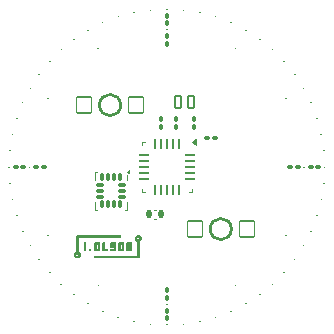
<source format=gbr>
%TF.GenerationSoftware,KiCad,Pcbnew,9.0.0*%
%TF.CreationDate,2025-05-02T12:59:00-05:00*%
%TF.ProjectId,ioWatch,696f5761-7463-4682-9e6b-696361645f70,rev?*%
%TF.SameCoordinates,Original*%
%TF.FileFunction,Legend,Top*%
%TF.FilePolarity,Positive*%
%FSLAX46Y46*%
G04 Gerber Fmt 4.6, Leading zero omitted, Abs format (unit mm)*
G04 Created by KiCad (PCBNEW 9.0.0) date 2025-05-02 12:59:00*
%MOMM*%
%LPD*%
G01*
G04 APERTURE LIST*
G04 Aperture macros list*
%AMRoundRect*
0 Rectangle with rounded corners*
0 $1 Rounding radius*
0 $2 $3 $4 $5 $6 $7 $8 $9 X,Y pos of 4 corners*
0 Add a 4 corners polygon primitive as box body*
4,1,4,$2,$3,$4,$5,$6,$7,$8,$9,$2,$3,0*
0 Add four circle primitives for the rounded corners*
1,1,$1+$1,$2,$3*
1,1,$1+$1,$4,$5*
1,1,$1+$1,$6,$7*
1,1,$1+$1,$8,$9*
0 Add four rect primitives between the rounded corners*
20,1,$1+$1,$2,$3,$4,$5,0*
20,1,$1+$1,$4,$5,$6,$7,0*
20,1,$1+$1,$6,$7,$8,$9,0*
20,1,$1+$1,$8,$9,$2,$3,0*%
%AMFreePoly0*
4,1,14,0.230680,0.111820,0.364320,-0.021820,0.377500,-0.053640,0.377500,-0.080000,0.364320,-0.111820,0.332500,-0.125000,-0.332500,-0.125000,-0.364320,-0.111820,-0.377500,-0.080000,-0.377500,0.080000,-0.364320,0.111820,-0.332500,0.125000,0.198860,0.125000,0.230680,0.111820,0.230680,0.111820,$1*%
%AMFreePoly1*
4,1,14,0.364320,0.111820,0.377500,0.080000,0.377500,0.053640,0.364320,0.021820,0.230680,-0.111820,0.198860,-0.125000,-0.332500,-0.125000,-0.364320,-0.111820,-0.377500,-0.080000,-0.377500,0.080000,-0.364320,0.111820,-0.332500,0.125000,0.332500,0.125000,0.364320,0.111820,0.364320,0.111820,$1*%
%AMFreePoly2*
4,1,14,0.111820,0.364320,0.125000,0.332500,0.125000,-0.332500,0.111820,-0.364320,0.080000,-0.377500,-0.080000,-0.377500,-0.111820,-0.364320,-0.125000,-0.332500,-0.125000,0.198860,-0.111820,0.230680,0.021820,0.364320,0.053640,0.377500,0.080000,0.377500,0.111820,0.364320,0.111820,0.364320,$1*%
%AMFreePoly3*
4,1,14,-0.021820,0.364320,0.111820,0.230680,0.125000,0.198860,0.125000,-0.332500,0.111820,-0.364320,0.080000,-0.377500,-0.080000,-0.377500,-0.111820,-0.364320,-0.125000,-0.332500,-0.125000,0.332500,-0.111820,0.364320,-0.080000,0.377500,-0.053640,0.377500,-0.021820,0.364320,-0.021820,0.364320,$1*%
%AMFreePoly4*
4,1,14,0.364320,0.111820,0.377500,0.080000,0.377500,-0.080000,0.364320,-0.111820,0.332500,-0.125000,-0.198860,-0.125000,-0.230680,-0.111820,-0.364320,0.021820,-0.377500,0.053640,-0.377500,0.080000,-0.364320,0.111820,-0.332500,0.125000,0.332500,0.125000,0.364320,0.111820,0.364320,0.111820,$1*%
%AMFreePoly5*
4,1,14,0.364320,0.111820,0.377500,0.080000,0.377500,-0.080000,0.364320,-0.111820,0.332500,-0.125000,-0.332500,-0.125000,-0.364320,-0.111820,-0.377500,-0.080000,-0.377500,-0.053640,-0.364320,-0.021820,-0.230680,0.111820,-0.198860,0.125000,0.332500,0.125000,0.364320,0.111820,0.364320,0.111820,$1*%
%AMFreePoly6*
4,1,14,0.111820,0.364320,0.125000,0.332500,0.125000,-0.198860,0.111820,-0.230680,-0.021820,-0.364320,-0.053640,-0.377500,-0.080000,-0.377500,-0.111820,-0.364320,-0.125000,-0.332500,-0.125000,0.332500,-0.111820,0.364320,-0.080000,0.377500,0.080000,0.377500,0.111820,0.364320,0.111820,0.364320,$1*%
%AMFreePoly7*
4,1,14,0.111820,0.364320,0.125000,0.332500,0.125000,-0.332500,0.111820,-0.364320,0.080000,-0.377500,0.053640,-0.377500,0.021820,-0.364320,-0.111820,-0.230680,-0.125000,-0.198860,-0.125000,0.332500,-0.111820,0.364320,-0.080000,0.377500,0.080000,0.377500,0.111820,0.364320,0.111820,0.364320,$1*%
G04 Aperture macros list end*
%ADD10C,0.100000*%
%ADD11C,0.254000*%
%ADD12C,0.120000*%
%ADD13C,0.000000*%
%ADD14C,0.600000*%
%ADD15C,0.250000*%
%ADD16RoundRect,0.100000X0.029696X0.161301X-0.163522X-0.012672X-0.029696X-0.161301X0.163522X0.012672X0*%
%ADD17RoundRect,0.100000X-0.124843X0.106368X-0.070786X-0.147950X0.124843X-0.106368X0.070786X0.147950X0*%
%ADD18RoundRect,0.100000X0.085863X-0.139741X0.113041X0.118835X-0.085863X0.139741X-0.113041X-0.118835X0*%
%ADD19RoundRect,0.100000X-0.118835X-0.113041X0.139741X-0.085863X0.118835X0.113041X-0.139741X0.085863X0*%
%ADD20RoundRect,0.100000X-0.038479X0.159435X-0.144230X-0.078087X0.038479X-0.159435X0.144230X0.078087X0*%
%ADD21RoundRect,0.100000X-0.157314X0.046394X-0.004490X-0.163951X0.157314X-0.046394X0.004490X0.163951X0*%
%ADD22RoundRect,0.050800X-0.615000X-0.680000X0.615000X-0.680000X0.615000X0.680000X-0.615000X0.680000X0*%
%ADD23RoundRect,0.100000X-0.085863X0.139741X-0.113041X-0.118835X0.085863X-0.139741X0.113041X0.118835X0*%
%ADD24RoundRect,0.100000X-0.163951X-0.004490X0.046394X-0.157314X0.163951X0.004490X-0.046394X0.157314X0*%
%ADD25RoundRect,0.100000X0.161301X-0.029696X-0.012672X0.163522X-0.161301X0.029696X0.012672X-0.163522X0*%
%ADD26RoundRect,0.100000X-0.147950X-0.070786X0.106368X-0.124843X0.147950X0.070786X-0.106368X0.124843X0*%
%ADD27RoundRect,0.100000X-0.151603X0.062583X-0.021603X-0.162583X0.151603X-0.062583X0.021603X0.162583X0*%
%ADD28RoundRect,0.100000X0.100000X-0.130000X0.100000X0.130000X-0.100000X0.130000X-0.100000X-0.130000X0*%
%ADD29RoundRect,0.087500X-0.087500X0.225000X-0.087500X-0.225000X0.087500X-0.225000X0.087500X0.225000X0*%
%ADD30RoundRect,0.087500X-0.225000X0.087500X-0.225000X-0.087500X0.225000X-0.087500X0.225000X0.087500X0*%
%ADD31RoundRect,0.100000X0.038479X-0.159435X0.144230X0.078087X-0.038479X0.159435X-0.144230X-0.078087X0*%
%ADD32RoundRect,0.100000X0.130000X0.100000X-0.130000X0.100000X-0.130000X-0.100000X0.130000X-0.100000X0*%
%ADD33RoundRect,0.100000X-0.021603X0.162583X-0.151603X-0.062583X0.021603X-0.162583X0.151603X0.062583X0*%
%ADD34RoundRect,0.100000X0.021603X-0.162583X0.151603X0.062583X-0.021603X0.162583X-0.151603X-0.062583X0*%
%ADD35RoundRect,0.100000X0.012672X0.163522X-0.161301X-0.029696X-0.012672X-0.163522X0.161301X0.029696X0*%
%ADD36RoundRect,0.100000X0.092736X0.135278X-0.154539X0.054933X-0.092736X-0.135278X0.154539X-0.054933X0*%
%ADD37RoundRect,0.100000X0.162583X0.021603X-0.062583X0.151603X-0.162583X-0.021603X0.062583X-0.151603X0*%
%ADD38RoundRect,0.100000X-0.078087X-0.144230X0.159435X-0.038479X0.078087X0.144230X-0.159435X0.038479X0*%
%ADD39RoundRect,0.100000X0.062583X0.151603X-0.162583X0.021603X-0.062583X-0.151603X0.162583X-0.021603X0*%
%ADD40RoundRect,0.100000X0.124843X-0.106368X0.070786X0.147950X-0.124843X0.106368X-0.070786X-0.147950X0*%
%ADD41RoundRect,0.100000X-0.046394X-0.157314X0.163951X-0.004490X0.046394X0.157314X-0.163951X0.004490X0*%
%ADD42RoundRect,0.140000X0.140000X0.170000X-0.140000X0.170000X-0.140000X-0.170000X0.140000X-0.170000X0*%
%ADD43RoundRect,0.100000X-0.062583X-0.151603X0.162583X-0.021603X0.062583X0.151603X-0.162583X0.021603X0*%
%ADD44RoundRect,0.100000X0.159435X0.038479X-0.078087X0.144230X-0.159435X-0.038479X0.078087X-0.144230X0*%
%ADD45RoundRect,0.100000X0.106368X0.124843X-0.147950X0.070786X-0.106368X-0.124843X0.147950X-0.070786X0*%
%ADD46RoundRect,0.100000X0.135278X-0.092736X0.054933X0.154539X-0.135278X0.092736X-0.054933X-0.154539X0*%
%ADD47RoundRect,0.100000X-0.004490X0.163951X-0.157314X-0.046394X0.004490X-0.163951X0.157314X0.046394X0*%
%ADD48RoundRect,0.100000X-0.070786X0.147950X-0.124843X-0.106368X0.070786X-0.147950X0.124843X0.106368X0*%
%ADD49RoundRect,0.100000X-0.161301X0.029696X0.012672X-0.163522X0.161301X-0.029696X-0.012672X0.163522X0*%
%ADD50RoundRect,0.100000X-0.154539X-0.054933X0.092736X-0.135278X0.154539X0.054933X-0.092736X0.135278X0*%
%ADD51RoundRect,0.100000X-0.130000X-0.100000X0.130000X-0.100000X0.130000X0.100000X-0.130000X0.100000X0*%
%ADD52RoundRect,0.100000X-0.100000X0.130000X-0.100000X-0.130000X0.100000X-0.130000X0.100000X0.130000X0*%
%ADD53RoundRect,0.100000X0.113041X-0.118835X0.085863X0.139741X-0.113041X0.118835X-0.085863X-0.139741X0*%
%ADD54RoundRect,0.100000X0.139741X0.085863X-0.118835X0.113041X-0.139741X-0.085863X0.118835X-0.113041X0*%
%ADD55RoundRect,0.100000X0.154539X0.054933X-0.092736X0.135278X-0.154539X-0.054933X0.092736X-0.135278X0*%
%ADD56RoundRect,0.100000X0.144230X-0.078087X0.038479X0.159435X-0.144230X0.078087X-0.038479X-0.159435X0*%
%ADD57RoundRect,0.100000X-0.163522X0.012672X0.029696X-0.161301X0.163522X-0.012672X-0.029696X0.161301X0*%
%ADD58RoundRect,0.100000X0.004490X-0.163951X0.157314X0.046394X-0.004490X0.163951X-0.157314X-0.046394X0*%
%ADD59RoundRect,0.100000X0.151603X-0.062583X0.021603X0.162583X-0.151603X0.062583X-0.021603X-0.162583X0*%
%ADD60RoundRect,0.100000X-0.135278X0.092736X-0.054933X-0.154539X0.135278X-0.092736X0.054933X0.154539X0*%
%ADD61RoundRect,0.100000X-0.106368X-0.124843X0.147950X-0.070786X0.106368X0.124843X-0.147950X0.070786X0*%
%ADD62RoundRect,0.100000X0.157314X-0.046394X0.004490X0.163951X-0.157314X0.046394X-0.004490X-0.163951X0*%
%ADD63RoundRect,0.102000X0.250000X0.500000X-0.250000X0.500000X-0.250000X-0.500000X0.250000X-0.500000X0*%
%ADD64RoundRect,0.100000X-0.029696X-0.161301X0.163522X0.012672X0.029696X0.161301X-0.163522X-0.012672X0*%
%ADD65RoundRect,0.100000X-0.162583X-0.021603X0.062583X-0.151603X0.162583X0.021603X-0.062583X0.151603X0*%
%ADD66RoundRect,0.100000X0.078087X0.144230X-0.159435X0.038479X-0.078087X-0.144230X0.159435X-0.038479X0*%
%ADD67RoundRect,0.100000X-0.159435X-0.038479X0.078087X-0.144230X0.159435X0.038479X-0.078087X0.144230X0*%
%ADD68RoundRect,0.100000X0.163522X-0.012672X-0.029696X0.161301X-0.163522X0.012672X0.029696X-0.161301X0*%
%ADD69RoundRect,0.100000X-0.092736X-0.135278X0.154539X-0.054933X0.092736X0.135278X-0.154539X0.054933X0*%
%ADD70RoundRect,0.100000X0.070786X-0.147950X0.124843X0.106368X-0.070786X0.147950X-0.124843X-0.106368X0*%
%ADD71RoundRect,0.100000X0.118835X0.113041X-0.139741X0.085863X-0.118835X-0.113041X0.139741X-0.085863X0*%
%ADD72RoundRect,0.100000X-0.113041X0.118835X-0.085863X-0.139741X0.113041X-0.118835X0.085863X0.139741X0*%
%ADD73RoundRect,0.100000X0.046394X0.157314X-0.163951X0.004490X-0.046394X-0.157314X0.163951X-0.004490X0*%
%ADD74RoundRect,0.100000X-0.144230X0.078087X-0.038479X-0.159435X0.144230X-0.078087X0.038479X0.159435X0*%
%ADD75RoundRect,0.100000X-0.012672X-0.163522X0.161301X0.029696X0.012672X0.163522X-0.161301X-0.029696X0*%
%ADD76RoundRect,0.100000X-0.139741X-0.085863X0.118835X-0.113041X0.139741X0.085863X-0.118835X0.113041X0*%
%ADD77RoundRect,0.100000X0.054933X-0.154539X0.135278X0.092736X-0.054933X0.154539X-0.135278X-0.092736X0*%
%ADD78RoundRect,0.100000X0.147950X0.070786X-0.106368X0.124843X-0.147950X-0.070786X0.106368X-0.124843X0*%
%ADD79FreePoly0,270.000000*%
%ADD80RoundRect,0.062500X-0.062500X0.375000X-0.062500X-0.375000X0.062500X-0.375000X0.062500X0.375000X0*%
%ADD81FreePoly1,270.000000*%
%ADD82FreePoly2,270.000000*%
%ADD83RoundRect,0.062500X-0.375000X0.062500X-0.375000X-0.062500X0.375000X-0.062500X0.375000X0.062500X0*%
%ADD84FreePoly3,270.000000*%
%ADD85FreePoly4,270.000000*%
%ADD86FreePoly5,270.000000*%
%ADD87FreePoly6,270.000000*%
%ADD88FreePoly7,270.000000*%
%ADD89RoundRect,0.100000X-0.054933X0.154539X-0.135278X-0.092736X0.054933X-0.154539X0.135278X0.092736X0*%
%ADD90RoundRect,0.100000X0.163951X0.004490X-0.046394X0.157314X-0.163951X-0.004490X0.046394X-0.157314X0*%
G04 APERTURE END LIST*
D10*
%TO.C,D11*%
X109978105Y-91060548D02*
G75*
G02*
X109878105Y-91060548I-50000J0D01*
G01*
X109878105Y-91060548D02*
G75*
G02*
X109978105Y-91060548I50000J0D01*
G01*
%TO.C,D72*%
X97272196Y-86931793D02*
G75*
G02*
X97172196Y-86931793I-50000J0D01*
G01*
X97172196Y-86931793D02*
G75*
G02*
X97272196Y-86931793I50000J0D01*
G01*
%TO.C,D39*%
X98653106Y-113287289D02*
G75*
G02*
X98553106Y-113287289I-50000J0D01*
G01*
X98553106Y-113287289D02*
G75*
G02*
X98653106Y-113287289I50000J0D01*
G01*
%TO.C,D54*%
X86762711Y-101396894D02*
G75*
G02*
X86662711Y-101396894I-50000J0D01*
G01*
X86662711Y-101396894D02*
G75*
G02*
X86762711Y-101396894I50000J0D01*
G01*
%TO.C,D6*%
X105483794Y-87795351D02*
G75*
G02*
X105383794Y-87795351I-50000J0D01*
G01*
X105383794Y-87795351D02*
G75*
G02*
X105483794Y-87795351I50000J0D01*
G01*
%TO.C,D66*%
X92197506Y-89191245D02*
G75*
G02*
X92097504Y-89191245I-50001J0D01*
G01*
X92097504Y-89191245D02*
G75*
G02*
X92197506Y-89191245I50001J0D01*
G01*
D11*
%TO.C,SW2*%
X96084800Y-94750000D02*
G75*
G02*
X94285000Y-94750000I-899900J0D01*
G01*
X94285000Y-94750000D02*
G75*
G02*
X96084800Y-94750000I899900J0D01*
G01*
D10*
%TO.C,D3*%
X101446895Y-86712711D02*
G75*
G02*
X101346895Y-86712711I-50000J0D01*
G01*
X101346895Y-86712711D02*
G75*
G02*
X101446895Y-86712711I50000J0D01*
G01*
%TO.C,D63*%
X89241245Y-92147505D02*
G75*
G02*
X89141245Y-92147505I-50000J0D01*
G01*
X89141245Y-92147505D02*
G75*
G02*
X89241245Y-92147505I50000J0D01*
G01*
%TO.C,D29*%
X108989452Y-109928105D02*
G75*
G02*
X108889452Y-109928105I-50000J0D01*
G01*
X108889452Y-109928105D02*
G75*
G02*
X108989452Y-109928105I50000J0D01*
G01*
%TO.C,D58*%
X86981793Y-97222196D02*
G75*
G02*
X86881793Y-97222196I-50000J0D01*
G01*
X86881793Y-97222196D02*
G75*
G02*
X86981793Y-97222196I50000J0D01*
G01*
%TO.C,D67*%
X94245000Y-89945418D02*
G75*
G02*
X94145000Y-89945418I-50000J0D01*
G01*
X94145000Y-89945418D02*
G75*
G02*
X94245000Y-89945418I50000J0D01*
G01*
%TO.C,D38*%
X100050000Y-113360000D02*
G75*
G02*
X99950000Y-113360000I-50000J0D01*
G01*
X99950000Y-113360000D02*
G75*
G02*
X100050000Y-113360000I50000J0D01*
G01*
D12*
%TO.C,U1*%
X93890000Y-100390000D02*
X94065000Y-100390000D01*
X93890000Y-101065000D02*
X93890000Y-100390000D01*
X93890000Y-102935000D02*
X93890000Y-103610000D01*
X93890000Y-103610000D02*
X94065000Y-103610000D01*
X96610000Y-101065000D02*
X96610000Y-100690000D01*
X96610000Y-102935000D02*
X96610000Y-103610000D01*
X96610000Y-103610000D02*
X96435000Y-103610000D01*
X96800000Y-100530000D02*
X96610000Y-100390000D01*
X96800000Y-100250000D01*
X96800000Y-100530000D01*
G36*
X96800000Y-100530000D02*
G01*
X96610000Y-100390000D01*
X96800000Y-100250000D01*
X96800000Y-100530000D01*
G37*
D10*
%TO.C,D42*%
X94616206Y-112204649D02*
G75*
G02*
X94516206Y-112204649I-50000J0D01*
G01*
X94516206Y-112204649D02*
G75*
G02*
X94616206Y-112204649I50000J0D01*
G01*
%TO.C,D8*%
X106730000Y-88430218D02*
G75*
G02*
X106630000Y-88430218I-50000J0D01*
G01*
X106630000Y-88430218D02*
G75*
G02*
X106730000Y-88430218I50000J0D01*
G01*
%TO.C,D43*%
X94245000Y-110054582D02*
G75*
G02*
X94145000Y-110054582I-50000J0D01*
G01*
X94145000Y-110054582D02*
G75*
G02*
X94245000Y-110054582I50000J0D01*
G01*
%TO.C,D10*%
X108989452Y-90071895D02*
G75*
G02*
X108889452Y-90071895I-50000J0D01*
G01*
X108889452Y-90071895D02*
G75*
G02*
X108989452Y-90071895I50000J0D01*
G01*
%TO.C,D16*%
X112755909Y-95871245D02*
G75*
G02*
X112655909Y-95871245I-50000J0D01*
G01*
X112655909Y-95871245D02*
G75*
G02*
X112755909Y-95871245I50000J0D01*
G01*
%TO.C,D26*%
X111619782Y-106680000D02*
G75*
G02*
X111519782Y-106680000I-50000J0D01*
G01*
X111519782Y-106680000D02*
G75*
G02*
X111619782Y-106680000I50000J0D01*
G01*
%TO.C,D51*%
X87845351Y-105433794D02*
G75*
G02*
X87745351Y-105433794I-50000J0D01*
G01*
X87745351Y-105433794D02*
G75*
G02*
X87845351Y-105433794I50000J0D01*
G01*
%TO.C,D13*%
X110104582Y-94195000D02*
G75*
G02*
X110004582Y-94195000I-50000J0D01*
G01*
X110004582Y-94195000D02*
G75*
G02*
X110104582Y-94195000I50000J0D01*
G01*
%TO.C,D7*%
X105855000Y-89945418D02*
G75*
G02*
X105755000Y-89945418I-50000J0D01*
G01*
X105755000Y-89945418D02*
G75*
G02*
X105855000Y-89945418I50000J0D01*
G01*
%TO.C,D35*%
X102827804Y-113068207D02*
G75*
G02*
X102727804Y-113068207I-50000J0D01*
G01*
X102727804Y-113068207D02*
G75*
G02*
X102827804Y-113068207I50000J0D01*
G01*
%TO.C,D48*%
X89241246Y-107852495D02*
G75*
G02*
X89141244Y-107852495I-50001J0D01*
G01*
X89141244Y-107852495D02*
G75*
G02*
X89241246Y-107852495I50001J0D01*
G01*
%TO.C,D37*%
X100050000Y-111610000D02*
G75*
G02*
X99950000Y-111610000I-50000J0D01*
G01*
X99950000Y-111610000D02*
G75*
G02*
X100050000Y-111610000I50000J0D01*
G01*
D12*
%TO.C,C5*%
X99107836Y-103640000D02*
X98892164Y-103640000D01*
X99107836Y-104360000D02*
X98892164Y-104360000D01*
D10*
%TO.C,D50*%
X88480218Y-106680000D02*
G75*
G02*
X88380218Y-106680000I-50000J0D01*
G01*
X88380218Y-106680000D02*
G75*
G02*
X88480218Y-106680000I50000J0D01*
G01*
%TO.C,D49*%
X89995418Y-105805000D02*
G75*
G02*
X89895418Y-105805000I-50000J0D01*
G01*
X89895418Y-105805000D02*
G75*
G02*
X89995418Y-105805000I50000J0D01*
G01*
%TO.C,D24*%
X112254649Y-105433794D02*
G75*
G02*
X112154649Y-105433794I-50000J0D01*
G01*
X112154649Y-105433794D02*
G75*
G02*
X112254649Y-105433794I50000J0D01*
G01*
%TO.C,D17*%
X113118207Y-97222196D02*
G75*
G02*
X113018207Y-97222196I-50000J0D01*
G01*
X113018207Y-97222196D02*
G75*
G02*
X113118207Y-97222196I50000J0D01*
G01*
%TO.C,D34*%
X104178755Y-112705909D02*
G75*
G02*
X104078755Y-112705909I-50000J0D01*
G01*
X104078755Y-112705909D02*
G75*
G02*
X104178755Y-112705909I50000J0D01*
G01*
%TO.C,D9*%
X107902495Y-89191245D02*
G75*
G02*
X107802495Y-89191245I-50000J0D01*
G01*
X107802495Y-89191245D02*
G75*
G02*
X107902495Y-89191245I50000J0D01*
G01*
%TO.C,D4*%
X102827804Y-86931793D02*
G75*
G02*
X102727804Y-86931793I-50000J0D01*
G01*
X102727804Y-86931793D02*
G75*
G02*
X102827804Y-86931793I50000J0D01*
G01*
%TO.C,D65*%
X91110548Y-90071896D02*
G75*
G02*
X91010546Y-90071896I-50001J0D01*
G01*
X91010546Y-90071896D02*
G75*
G02*
X91110548Y-90071896I50001J0D01*
G01*
%TO.C,D59*%
X87344092Y-95871245D02*
G75*
G02*
X87244090Y-95871245I-50001J0D01*
G01*
X87244090Y-95871245D02*
G75*
G02*
X87344092Y-95871245I50001J0D01*
G01*
%TO.C,D55*%
X88440000Y-100000000D02*
G75*
G02*
X88340000Y-100000000I-50000J0D01*
G01*
X88340000Y-100000000D02*
G75*
G02*
X88440000Y-100000000I50000J0D01*
G01*
D11*
%TO.C,SW1*%
X105465000Y-105250000D02*
G75*
G02*
X103665200Y-105250000I-899900J0D01*
G01*
X103665200Y-105250000D02*
G75*
G02*
X105465000Y-105250000I899900J0D01*
G01*
D10*
%TO.C,D36*%
X101446894Y-113287289D02*
G75*
G02*
X101346894Y-113287289I-50000J0D01*
G01*
X101346894Y-113287289D02*
G75*
G02*
X101446894Y-113287289I50000J0D01*
G01*
%TO.C,D21*%
X113337289Y-101396894D02*
G75*
G02*
X113237289Y-101396894I-50000J0D01*
G01*
X113237289Y-101396894D02*
G75*
G02*
X113337289Y-101396894I50000J0D01*
G01*
%TO.C,D23*%
X112755909Y-104128755D02*
G75*
G02*
X112655909Y-104128755I-50000J0D01*
G01*
X112655909Y-104128755D02*
G75*
G02*
X112755909Y-104128755I50000J0D01*
G01*
%TO.C,D68*%
X93370000Y-88430218D02*
G75*
G02*
X93270000Y-88430218I-50000J0D01*
G01*
X93270000Y-88430218D02*
G75*
G02*
X93370000Y-88430218I50000J0D01*
G01*
%TO.C,D33*%
X105483794Y-112204649D02*
G75*
G02*
X105383794Y-112204649I-50000J0D01*
G01*
X105383794Y-112204649D02*
G75*
G02*
X105483794Y-112204649I50000J0D01*
G01*
%TO.C,D64*%
X90121894Y-91060548D02*
G75*
G02*
X90021896Y-91060548I-49999J0D01*
G01*
X90021896Y-91060548D02*
G75*
G02*
X90121894Y-91060548I49999J0D01*
G01*
%TO.C,D45*%
X92197505Y-110808755D02*
G75*
G02*
X92097505Y-110808755I-50000J0D01*
G01*
X92097505Y-110808755D02*
G75*
G02*
X92197505Y-110808755I50000J0D01*
G01*
%TO.C,D31*%
X105855000Y-110054582D02*
G75*
G02*
X105755000Y-110054582I-50000J0D01*
G01*
X105755000Y-110054582D02*
G75*
G02*
X105855000Y-110054582I50000J0D01*
G01*
%TO.C,D32*%
X106730000Y-111569782D02*
G75*
G02*
X106630000Y-111569782I-50000J0D01*
G01*
X106630000Y-111569782D02*
G75*
G02*
X106730000Y-111569782I50000J0D01*
G01*
%TO.C,D70*%
X95921245Y-87294091D02*
G75*
G02*
X95821245Y-87294091I-50000J0D01*
G01*
X95821245Y-87294091D02*
G75*
G02*
X95921245Y-87294091I50000J0D01*
G01*
%TO.C,D53*%
X86981791Y-102777804D02*
G75*
G02*
X86881795Y-102777804I-49998J0D01*
G01*
X86881795Y-102777804D02*
G75*
G02*
X86981791Y-102777804I49998J0D01*
G01*
%TO.C,D30*%
X107902495Y-110808755D02*
G75*
G02*
X107802495Y-110808755I-50000J0D01*
G01*
X107802495Y-110808755D02*
G75*
G02*
X107902495Y-110808755I50000J0D01*
G01*
%TO.C,D47*%
X90121896Y-108939452D02*
G75*
G02*
X90021894Y-108939452I-50001J0D01*
G01*
X90021894Y-108939452D02*
G75*
G02*
X90121896Y-108939452I50001J0D01*
G01*
%TO.C,D62*%
X88480218Y-93320000D02*
G75*
G02*
X88380218Y-93320000I-50000J0D01*
G01*
X88380218Y-93320000D02*
G75*
G02*
X88480218Y-93320000I50000J0D01*
G01*
%TO.C,D15*%
X112254649Y-94566206D02*
G75*
G02*
X112154649Y-94566206I-50000J0D01*
G01*
X112154649Y-94566206D02*
G75*
G02*
X112254649Y-94566206I50000J0D01*
G01*
%TO.C,D60*%
X87845351Y-94566206D02*
G75*
G02*
X87745351Y-94566206I-50000J0D01*
G01*
X87745351Y-94566206D02*
G75*
G02*
X87845351Y-94566206I50000J0D01*
G01*
%TO.C,D28*%
X109978105Y-108939452D02*
G75*
G02*
X109878105Y-108939452I-50000J0D01*
G01*
X109878105Y-108939452D02*
G75*
G02*
X109978105Y-108939452I50000J0D01*
G01*
%TO.C,D52*%
X87344091Y-104128755D02*
G75*
G02*
X87244091Y-104128755I-50000J0D01*
G01*
X87244091Y-104128755D02*
G75*
G02*
X87344091Y-104128755I50000J0D01*
G01*
%TO.C,D40*%
X97272196Y-113068207D02*
G75*
G02*
X97172196Y-113068207I-50000J0D01*
G01*
X97172196Y-113068207D02*
G75*
G02*
X97272196Y-113068207I50000J0D01*
G01*
%TO.C,D61*%
X89995418Y-94195000D02*
G75*
G02*
X89895418Y-94195000I-50000J0D01*
G01*
X89895418Y-94195000D02*
G75*
G02*
X89995418Y-94195000I50000J0D01*
G01*
%TO.C,D25*%
X110104582Y-105805000D02*
G75*
G02*
X110004582Y-105805000I-50000J0D01*
G01*
X110004582Y-105805000D02*
G75*
G02*
X110104582Y-105805000I50000J0D01*
G01*
%TO.C,D18*%
X113337289Y-98603106D02*
G75*
G02*
X113237289Y-98603106I-50000J0D01*
G01*
X113237289Y-98603106D02*
G75*
G02*
X113337289Y-98603106I50000J0D01*
G01*
%TO.C,D71*%
X98653106Y-86712711D02*
G75*
G02*
X98553106Y-86712711I-50000J0D01*
G01*
X98553106Y-86712711D02*
G75*
G02*
X98653106Y-86712711I50000J0D01*
G01*
%TO.C,D44*%
X93370000Y-111569782D02*
G75*
G02*
X93270000Y-111569782I-50000J0D01*
G01*
X93270000Y-111569782D02*
G75*
G02*
X93370000Y-111569782I50000J0D01*
G01*
%TO.C,D1*%
X100050000Y-88390000D02*
G75*
G02*
X99950000Y-88390000I-50000J0D01*
G01*
X99950000Y-88390000D02*
G75*
G02*
X100050000Y-88390000I50000J0D01*
G01*
%TO.C,D12*%
X110858755Y-92147505D02*
G75*
G02*
X110758755Y-92147505I-50000J0D01*
G01*
X110758755Y-92147505D02*
G75*
G02*
X110858755Y-92147505I50000J0D01*
G01*
%TO.C,D69*%
X94616206Y-87795351D02*
G75*
G02*
X94516206Y-87795351I-50000J0D01*
G01*
X94516206Y-87795351D02*
G75*
G02*
X94616206Y-87795351I50000J0D01*
G01*
%TO.C,D2*%
X100050000Y-86640000D02*
G75*
G02*
X99950000Y-86640000I-50000J0D01*
G01*
X99950000Y-86640000D02*
G75*
G02*
X100050000Y-86640000I50000J0D01*
G01*
%TO.C,D20*%
X113410000Y-100000000D02*
G75*
G02*
X113310000Y-100000000I-50000J0D01*
G01*
X113310000Y-100000000D02*
G75*
G02*
X113410000Y-100000000I50000J0D01*
G01*
%TO.C,D46*%
X91110549Y-109928105D02*
G75*
G02*
X91010547Y-109928105I-50001J0D01*
G01*
X91010547Y-109928105D02*
G75*
G02*
X91110549Y-109928105I50001J0D01*
G01*
%TO.C,D57*%
X86762711Y-98603106D02*
G75*
G02*
X86662711Y-98603106I-50000J0D01*
G01*
X86662711Y-98603106D02*
G75*
G02*
X86762711Y-98603106I50000J0D01*
G01*
%TO.C,D41*%
X95921245Y-112705909D02*
G75*
G02*
X95821245Y-112705909I-50000J0D01*
G01*
X95821245Y-112705909D02*
G75*
G02*
X95921245Y-112705909I50000J0D01*
G01*
%TO.C,D22*%
X113118207Y-102777804D02*
G75*
G02*
X113018207Y-102777804I-50000J0D01*
G01*
X113018207Y-102777804D02*
G75*
G02*
X113118207Y-102777804I50000J0D01*
G01*
%TO.C,D14*%
X111619782Y-93320000D02*
G75*
G02*
X111519782Y-93320000I-50000J0D01*
G01*
X111519782Y-93320000D02*
G75*
G02*
X111619782Y-93320000I50000J0D01*
G01*
D13*
%TO.C,G\u002A\u002A\u002A*%
G36*
X93503259Y-106933888D02*
G01*
X93511942Y-106934514D01*
X93518969Y-106935948D01*
X93526011Y-106938507D01*
X93533101Y-106941732D01*
X93552381Y-106953510D01*
X93568211Y-106968764D01*
X93580278Y-106987078D01*
X93588273Y-107008038D01*
X93590475Y-107018323D01*
X93591474Y-107039061D01*
X93587891Y-107059469D01*
X93580128Y-107078809D01*
X93568589Y-107096344D01*
X93553675Y-107111336D01*
X93535787Y-107123049D01*
X93532500Y-107124652D01*
X93524285Y-107127984D01*
X93515987Y-107130070D01*
X93505865Y-107131238D01*
X93495000Y-107131740D01*
X93479064Y-107131642D01*
X93466494Y-107130377D01*
X93460715Y-107129011D01*
X93440682Y-107119954D01*
X93423384Y-107106968D01*
X93409258Y-107090562D01*
X93398742Y-107071251D01*
X93392277Y-107049544D01*
X93392184Y-107049048D01*
X93390741Y-107027999D01*
X93393943Y-107007442D01*
X93401439Y-106988037D01*
X93412875Y-106970443D01*
X93427901Y-106955322D01*
X93446164Y-106943332D01*
X93449398Y-106941732D01*
X93457729Y-106937991D01*
X93464652Y-106935640D01*
X93471839Y-106934363D01*
X93480959Y-106933839D01*
X93491250Y-106933750D01*
X93503259Y-106933888D01*
G37*
G36*
X93063467Y-106361283D02*
G01*
X93076507Y-106361433D01*
X93086192Y-106361776D01*
X93093346Y-106362389D01*
X93098791Y-106363345D01*
X93103350Y-106364722D01*
X93107845Y-106366595D01*
X93108750Y-106367009D01*
X93122907Y-106375220D01*
X93133765Y-106385762D01*
X93142108Y-106398750D01*
X93148750Y-106411250D01*
X93148750Y-106747500D01*
X93148750Y-107083750D01*
X93143244Y-107094041D01*
X93134271Y-107108135D01*
X93124074Y-107118476D01*
X93111950Y-107126055D01*
X93107492Y-107128197D01*
X93103372Y-107129803D01*
X93098802Y-107130950D01*
X93092994Y-107131715D01*
X93085160Y-107132175D01*
X93074511Y-107132407D01*
X93060261Y-107132490D01*
X93046250Y-107132500D01*
X93028671Y-107132480D01*
X93015305Y-107132371D01*
X93005362Y-107132095D01*
X92998054Y-107131574D01*
X92992593Y-107130730D01*
X92988191Y-107129485D01*
X92984059Y-107127763D01*
X92980496Y-107126029D01*
X92971284Y-107120345D01*
X92962455Y-107113164D01*
X92958891Y-107109487D01*
X92956583Y-107106892D01*
X92954502Y-107104598D01*
X92952636Y-107102350D01*
X92950973Y-107099888D01*
X92949502Y-107096956D01*
X92948211Y-107093295D01*
X92947088Y-107088648D01*
X92946121Y-107082757D01*
X92945300Y-107075364D01*
X92944611Y-107066212D01*
X92944045Y-107055042D01*
X92943588Y-107041597D01*
X92943230Y-107025620D01*
X92942958Y-107006852D01*
X92942761Y-106985036D01*
X92942627Y-106959913D01*
X92942545Y-106931227D01*
X92942502Y-106898719D01*
X92942488Y-106862132D01*
X92942490Y-106821208D01*
X92942498Y-106775688D01*
X92942500Y-106747500D01*
X92942494Y-106699199D01*
X92942485Y-106655641D01*
X92942486Y-106616567D01*
X92942508Y-106581720D01*
X92942565Y-106550841D01*
X92942669Y-106523674D01*
X92942832Y-106499959D01*
X92943066Y-106479440D01*
X92943386Y-106461859D01*
X92943802Y-106446957D01*
X92944327Y-106434477D01*
X92944974Y-106424162D01*
X92945755Y-106415753D01*
X92946683Y-106408992D01*
X92947770Y-106403622D01*
X92949029Y-106399385D01*
X92950472Y-106396023D01*
X92952112Y-106393279D01*
X92953961Y-106390894D01*
X92956032Y-106388611D01*
X92958337Y-106386172D01*
X92960093Y-106384237D01*
X92969314Y-106375767D01*
X92980142Y-106368652D01*
X92983030Y-106367223D01*
X92987815Y-106365178D01*
X92992389Y-106363661D01*
X92997582Y-106362594D01*
X93004226Y-106361898D01*
X93013153Y-106361494D01*
X93025194Y-106361305D01*
X93041180Y-106361251D01*
X93046250Y-106361250D01*
X93063467Y-106361283D01*
G37*
G36*
X94137702Y-106361252D02*
G01*
X94168256Y-106361266D01*
X94194515Y-106361299D01*
X94216831Y-106361363D01*
X94235557Y-106361465D01*
X94251045Y-106361615D01*
X94263646Y-106361822D01*
X94273714Y-106362096D01*
X94281601Y-106362445D01*
X94287660Y-106362879D01*
X94292242Y-106363407D01*
X94295699Y-106364038D01*
X94298386Y-106364782D01*
X94300652Y-106365647D01*
X94302500Y-106366479D01*
X94317309Y-106375130D01*
X94328450Y-106386012D01*
X94336747Y-106399489D01*
X94343750Y-106413750D01*
X94343750Y-106747500D01*
X94343750Y-107081250D01*
X94338464Y-107092674D01*
X94330218Y-107105778D01*
X94318800Y-107117629D01*
X94305984Y-107126403D01*
X94305448Y-107126673D01*
X94303514Y-107127522D01*
X94301128Y-107128262D01*
X94297945Y-107128902D01*
X94293621Y-107129451D01*
X94287813Y-107129917D01*
X94280177Y-107130310D01*
X94270368Y-107130639D01*
X94258043Y-107130913D01*
X94242857Y-107131140D01*
X94224467Y-107131329D01*
X94202529Y-107131490D01*
X94176698Y-107131631D01*
X94146631Y-107131761D01*
X94111984Y-107131890D01*
X94103705Y-107131919D01*
X93911161Y-107132589D01*
X93898086Y-107126074D01*
X93888862Y-107120392D01*
X93880025Y-107113227D01*
X93876391Y-107109487D01*
X93874083Y-107106892D01*
X93872002Y-107104598D01*
X93870136Y-107102350D01*
X93868473Y-107099888D01*
X93867002Y-107096956D01*
X93865711Y-107093295D01*
X93864588Y-107088648D01*
X93863621Y-107082757D01*
X93862800Y-107075364D01*
X93862111Y-107066212D01*
X93861545Y-107055042D01*
X93861088Y-107041597D01*
X93860730Y-107025620D01*
X93860458Y-107006852D01*
X93860261Y-106985036D01*
X93860127Y-106959913D01*
X93860045Y-106931227D01*
X93860037Y-106925000D01*
X94067500Y-106925000D01*
X94102500Y-106925000D01*
X94137500Y-106925000D01*
X94137500Y-106746250D01*
X94137500Y-106567500D01*
X94102500Y-106567500D01*
X94067500Y-106567500D01*
X94067500Y-106746250D01*
X94067500Y-106925000D01*
X93860037Y-106925000D01*
X93860002Y-106898719D01*
X93859988Y-106862132D01*
X93859990Y-106821208D01*
X93859998Y-106775688D01*
X93860000Y-106747500D01*
X93860000Y-106746250D01*
X93859994Y-106699199D01*
X93859985Y-106655641D01*
X93859986Y-106616567D01*
X93860008Y-106581720D01*
X93860065Y-106550841D01*
X93860169Y-106523674D01*
X93860332Y-106499959D01*
X93860566Y-106479440D01*
X93860886Y-106461859D01*
X93861302Y-106446957D01*
X93861827Y-106434477D01*
X93862474Y-106424162D01*
X93863255Y-106415753D01*
X93864183Y-106408992D01*
X93865270Y-106403622D01*
X93866529Y-106399385D01*
X93867972Y-106396023D01*
X93869612Y-106393279D01*
X93871461Y-106390894D01*
X93873532Y-106388611D01*
X93875837Y-106386172D01*
X93877593Y-106384237D01*
X93886814Y-106375767D01*
X93897642Y-106368652D01*
X93900530Y-106367223D01*
X93913750Y-106361250D01*
X94102500Y-106361250D01*
X94137702Y-106361252D01*
G37*
G36*
X96170202Y-106361252D02*
G01*
X96200756Y-106361266D01*
X96227015Y-106361299D01*
X96249331Y-106361363D01*
X96268057Y-106361465D01*
X96283545Y-106361615D01*
X96296146Y-106361822D01*
X96306214Y-106362096D01*
X96314101Y-106362445D01*
X96320160Y-106362879D01*
X96324742Y-106363407D01*
X96328199Y-106364038D01*
X96330886Y-106364782D01*
X96333152Y-106365647D01*
X96335000Y-106366479D01*
X96349809Y-106375130D01*
X96360950Y-106386012D01*
X96369247Y-106399489D01*
X96376250Y-106413750D01*
X96376250Y-106747500D01*
X96376250Y-107081250D01*
X96370964Y-107092674D01*
X96362718Y-107105778D01*
X96351300Y-107117629D01*
X96338484Y-107126403D01*
X96337948Y-107126673D01*
X96336014Y-107127522D01*
X96333628Y-107128262D01*
X96330445Y-107128902D01*
X96326121Y-107129451D01*
X96320313Y-107129917D01*
X96312677Y-107130310D01*
X96302868Y-107130639D01*
X96290543Y-107130913D01*
X96275357Y-107131140D01*
X96256967Y-107131329D01*
X96235029Y-107131490D01*
X96209198Y-107131631D01*
X96179131Y-107131761D01*
X96144484Y-107131890D01*
X96136205Y-107131919D01*
X95943661Y-107132589D01*
X95930586Y-107126074D01*
X95921362Y-107120392D01*
X95912525Y-107113227D01*
X95908891Y-107109487D01*
X95906583Y-107106892D01*
X95904502Y-107104598D01*
X95902636Y-107102350D01*
X95900973Y-107099888D01*
X95899502Y-107096956D01*
X95898211Y-107093295D01*
X95897088Y-107088648D01*
X95896121Y-107082757D01*
X95895300Y-107075364D01*
X95894611Y-107066212D01*
X95894045Y-107055042D01*
X95893588Y-107041597D01*
X95893230Y-107025620D01*
X95892958Y-107006852D01*
X95892761Y-106985036D01*
X95892627Y-106959913D01*
X95892545Y-106931227D01*
X95892537Y-106925000D01*
X96100000Y-106925000D01*
X96135000Y-106925000D01*
X96170000Y-106925000D01*
X96170000Y-106746250D01*
X96170000Y-106567500D01*
X96135000Y-106567500D01*
X96100000Y-106567500D01*
X96100000Y-106746250D01*
X96100000Y-106925000D01*
X95892537Y-106925000D01*
X95892502Y-106898719D01*
X95892488Y-106862132D01*
X95892490Y-106821208D01*
X95892498Y-106775688D01*
X95892500Y-106747500D01*
X95892500Y-106746250D01*
X95892494Y-106699199D01*
X95892485Y-106655641D01*
X95892486Y-106616567D01*
X95892508Y-106581720D01*
X95892565Y-106550841D01*
X95892669Y-106523674D01*
X95892832Y-106499959D01*
X95893066Y-106479440D01*
X95893386Y-106461859D01*
X95893802Y-106446957D01*
X95894327Y-106434477D01*
X95894974Y-106424162D01*
X95895755Y-106415753D01*
X95896683Y-106408992D01*
X95897770Y-106403622D01*
X95899029Y-106399385D01*
X95900472Y-106396023D01*
X95902112Y-106393279D01*
X95903961Y-106390894D01*
X95906032Y-106388611D01*
X95908337Y-106386172D01*
X95910093Y-106384237D01*
X95919314Y-106375767D01*
X95930142Y-106368652D01*
X95933030Y-106367223D01*
X95946250Y-106361250D01*
X96135000Y-106361250D01*
X96170202Y-106361252D01*
G37*
G36*
X94657411Y-106361279D02*
G01*
X94670638Y-106361416D01*
X94680498Y-106361738D01*
X94687805Y-106362320D01*
X94693377Y-106363237D01*
X94698028Y-106364565D01*
X94702574Y-106366379D01*
X94704469Y-106367223D01*
X94718253Y-106375791D01*
X94730029Y-106387598D01*
X94738595Y-106401303D01*
X94741261Y-106408318D01*
X94741882Y-106410952D01*
X94742431Y-106414618D01*
X94742914Y-106419609D01*
X94743334Y-106426215D01*
X94743696Y-106434726D01*
X94744003Y-106445433D01*
X94744260Y-106458626D01*
X94744471Y-106474596D01*
X94744640Y-106493634D01*
X94744771Y-106516029D01*
X94744868Y-106542074D01*
X94744935Y-106572057D01*
X94744976Y-106606270D01*
X94744996Y-106645003D01*
X94745000Y-106672791D01*
X94745000Y-106924676D01*
X94856875Y-106925463D01*
X94883421Y-106925653D01*
X94905444Y-106925834D01*
X94923423Y-106926032D01*
X94937834Y-106926272D01*
X94949154Y-106926580D01*
X94957863Y-106926983D01*
X94964435Y-106927505D01*
X94969351Y-106928173D01*
X94973085Y-106929013D01*
X94976117Y-106930050D01*
X94978923Y-106931311D01*
X94980652Y-106932163D01*
X94992702Y-106940069D01*
X95003791Y-106950791D01*
X95012630Y-106962864D01*
X95017763Y-106974242D01*
X95019239Y-106981681D01*
X95020288Y-106992600D01*
X95020937Y-107007454D01*
X95021212Y-107026699D01*
X95021225Y-107033750D01*
X95021068Y-107053232D01*
X95020482Y-107068527D01*
X95019267Y-107080441D01*
X95017221Y-107089783D01*
X95014143Y-107097360D01*
X95009830Y-107103979D01*
X95004082Y-107110447D01*
X95001413Y-107113098D01*
X94998138Y-107116373D01*
X94995276Y-107119228D01*
X94992481Y-107121695D01*
X94989407Y-107123803D01*
X94985707Y-107125580D01*
X94981034Y-107127057D01*
X94975043Y-107128263D01*
X94967387Y-107129228D01*
X94957719Y-107129981D01*
X94945694Y-107130551D01*
X94930964Y-107130969D01*
X94913183Y-107131264D01*
X94892005Y-107131465D01*
X94867084Y-107131603D01*
X94838073Y-107131705D01*
X94804625Y-107131803D01*
X94781250Y-107131875D01*
X94588750Y-107132500D01*
X94576110Y-107126590D01*
X94566757Y-107120947D01*
X94557656Y-107113483D01*
X94554371Y-107110048D01*
X94551996Y-107107379D01*
X94549853Y-107105030D01*
X94547932Y-107102745D01*
X94546221Y-107100265D01*
X94544706Y-107097332D01*
X94543377Y-107093688D01*
X94542220Y-107089075D01*
X94541225Y-107083236D01*
X94540380Y-107075912D01*
X94539671Y-107066845D01*
X94539088Y-107055778D01*
X94538617Y-107042452D01*
X94538248Y-107026610D01*
X94537968Y-107007993D01*
X94537766Y-106986343D01*
X94537628Y-106961403D01*
X94537544Y-106932915D01*
X94537500Y-106900620D01*
X94537486Y-106864261D01*
X94537489Y-106823579D01*
X94537497Y-106778317D01*
X94537500Y-106747500D01*
X94537494Y-106699199D01*
X94537485Y-106655641D01*
X94537485Y-106616566D01*
X94537508Y-106581719D01*
X94537565Y-106550840D01*
X94537668Y-106523672D01*
X94537831Y-106499957D01*
X94538066Y-106479437D01*
X94538386Y-106461855D01*
X94538802Y-106446952D01*
X94539329Y-106434471D01*
X94539977Y-106424154D01*
X94540759Y-106415743D01*
X94541689Y-106408981D01*
X94542778Y-106403609D01*
X94544039Y-106399369D01*
X94545485Y-106396005D01*
X94547128Y-106393257D01*
X94548981Y-106390869D01*
X94551055Y-106388582D01*
X94553365Y-106386139D01*
X94555136Y-106384187D01*
X94563004Y-106376667D01*
X94572176Y-106369857D01*
X94576824Y-106367174D01*
X94581090Y-106365171D01*
X94585233Y-106363679D01*
X94590049Y-106362622D01*
X94596335Y-106361926D01*
X94604887Y-106361515D01*
X94616504Y-106361316D01*
X94631982Y-106361253D01*
X94640000Y-106361250D01*
X94657411Y-106361279D01*
G37*
G36*
X95492695Y-106361252D02*
G01*
X95523242Y-106361264D01*
X95549495Y-106361297D01*
X95571806Y-106361359D01*
X95590528Y-106361460D01*
X95606013Y-106361608D01*
X95618614Y-106361814D01*
X95628684Y-106362087D01*
X95636575Y-106362435D01*
X95642640Y-106362869D01*
X95647232Y-106363398D01*
X95650703Y-106364031D01*
X95653405Y-106364777D01*
X95655693Y-106365646D01*
X95657723Y-106366556D01*
X95671948Y-106375543D01*
X95684365Y-106387938D01*
X95693386Y-106402155D01*
X95693443Y-106402276D01*
X95695272Y-106406608D01*
X95696628Y-106411107D01*
X95697580Y-106416585D01*
X95698198Y-106423851D01*
X95698552Y-106433716D01*
X95698713Y-106446990D01*
X95698750Y-106463750D01*
X95698716Y-106480968D01*
X95698565Y-106494010D01*
X95698222Y-106503698D01*
X95697609Y-106510854D01*
X95696652Y-106516301D01*
X95695275Y-106520863D01*
X95693402Y-106525362D01*
X95692996Y-106526250D01*
X95683034Y-106542535D01*
X95669835Y-106555034D01*
X95658750Y-106561531D01*
X95646250Y-106567451D01*
X95534375Y-106567475D01*
X95422500Y-106567500D01*
X95422500Y-106601250D01*
X95422500Y-106635000D01*
X95532054Y-106635000D01*
X95560073Y-106635013D01*
X95583569Y-106635090D01*
X95603017Y-106635285D01*
X95618895Y-106635653D01*
X95631678Y-106636250D01*
X95641844Y-106637130D01*
X95649868Y-106638348D01*
X95656227Y-106639960D01*
X95661398Y-106642020D01*
X95665857Y-106644583D01*
X95670080Y-106647705D01*
X95674545Y-106651440D01*
X95674556Y-106651450D01*
X95681391Y-106658712D01*
X95688147Y-106668123D01*
X95691722Y-106674439D01*
X95698750Y-106688750D01*
X95698750Y-106882500D01*
X95698745Y-106918298D01*
X95698725Y-106949445D01*
X95698683Y-106976290D01*
X95698610Y-106999182D01*
X95698498Y-107018470D01*
X95698339Y-107034503D01*
X95698125Y-107047629D01*
X95697848Y-107058198D01*
X95697501Y-107066558D01*
X95697074Y-107073058D01*
X95696561Y-107078049D01*
X95695953Y-107081877D01*
X95695241Y-107084893D01*
X95694419Y-107087445D01*
X95694021Y-107088508D01*
X95685683Y-107103769D01*
X95673768Y-107116787D01*
X95659462Y-107126279D01*
X95658750Y-107126617D01*
X95646250Y-107132451D01*
X95456115Y-107132475D01*
X95265981Y-107132500D01*
X95252996Y-107126029D01*
X95238767Y-107116501D01*
X95227319Y-107103922D01*
X95219652Y-107089440D01*
X95218693Y-107086530D01*
X95217092Y-107078207D01*
X95215909Y-107066174D01*
X95215143Y-107051540D01*
X95214790Y-107035413D01*
X95214851Y-107018902D01*
X95215322Y-107003115D01*
X95216202Y-106989163D01*
X95217489Y-106978153D01*
X95218885Y-106971986D01*
X95226457Y-106957162D01*
X95238059Y-106944213D01*
X95252807Y-106934104D01*
X95254439Y-106933277D01*
X95268750Y-106926250D01*
X95380625Y-106925483D01*
X95492500Y-106924717D01*
X95492500Y-106883608D01*
X95492500Y-106842500D01*
X95384203Y-106842500D01*
X95356930Y-106842472D01*
X95334193Y-106842380D01*
X95315531Y-106842210D01*
X95300482Y-106841947D01*
X95288582Y-106841576D01*
X95279370Y-106841084D01*
X95272382Y-106840456D01*
X95267156Y-106839677D01*
X95263318Y-106838761D01*
X95250799Y-106833049D01*
X95238368Y-106823967D01*
X95227676Y-106812893D01*
X95221770Y-106804070D01*
X95216250Y-106793750D01*
X95215563Y-106606456D01*
X95215426Y-106570014D01*
X95215319Y-106538221D01*
X95215269Y-106510727D01*
X95215301Y-106487181D01*
X95215444Y-106467233D01*
X95215724Y-106450532D01*
X95216168Y-106436727D01*
X95216802Y-106425467D01*
X95217653Y-106416403D01*
X95218749Y-106409184D01*
X95220115Y-106403458D01*
X95221779Y-106398876D01*
X95223768Y-106395086D01*
X95226107Y-106391738D01*
X95228825Y-106388482D01*
X95231948Y-106384967D01*
X95232540Y-106384297D01*
X95241845Y-106375744D01*
X95252735Y-106368602D01*
X95255530Y-106367223D01*
X95268750Y-106361250D01*
X95457500Y-106361250D01*
X95492695Y-106361252D01*
G37*
G36*
X96967563Y-106361288D02*
G01*
X96980919Y-106361449D01*
X96990861Y-106361798D01*
X96998181Y-106362402D01*
X97003673Y-106363327D01*
X97008128Y-106364639D01*
X97012340Y-106366405D01*
X97012500Y-106366479D01*
X97027309Y-106375130D01*
X97038450Y-106386012D01*
X97046747Y-106399489D01*
X97053750Y-106413750D01*
X97053750Y-106747500D01*
X97053750Y-107081250D01*
X97048464Y-107092674D01*
X97040218Y-107105778D01*
X97028800Y-107117629D01*
X97015984Y-107126403D01*
X97015448Y-107126673D01*
X97011646Y-107128256D01*
X97006945Y-107129464D01*
X97000605Y-107130364D01*
X96991887Y-107131019D01*
X96980052Y-107131493D01*
X96964362Y-107131850D01*
X96953864Y-107132019D01*
X96933715Y-107132210D01*
X96917806Y-107132028D01*
X96905380Y-107131332D01*
X96895683Y-107129983D01*
X96887959Y-107127841D01*
X96881453Y-107124764D01*
X96875410Y-107120614D01*
X96870561Y-107116567D01*
X96866105Y-107112322D01*
X96861815Y-107107380D01*
X96857442Y-107101266D01*
X96852735Y-107093507D01*
X96847442Y-107083627D01*
X96841313Y-107071152D01*
X96834097Y-107055607D01*
X96825542Y-107036517D01*
X96815399Y-107013407D01*
X96812367Y-107006442D01*
X96778750Y-106929134D01*
X96777500Y-107006442D01*
X96777134Y-107028210D01*
X96776788Y-107045581D01*
X96776412Y-107059156D01*
X96775961Y-107069538D01*
X96775385Y-107077329D01*
X96774638Y-107083131D01*
X96773672Y-107087545D01*
X96772439Y-107091175D01*
X96770891Y-107094621D01*
X96770455Y-107095515D01*
X96760931Y-107109557D01*
X96747772Y-107121278D01*
X96736413Y-107127773D01*
X96732381Y-107129350D01*
X96727677Y-107130529D01*
X96721544Y-107131368D01*
X96713224Y-107131923D01*
X96701960Y-107132251D01*
X96686994Y-107132407D01*
X96673615Y-107132445D01*
X96656065Y-107132444D01*
X96642725Y-107132349D01*
X96632805Y-107132083D01*
X96625518Y-107131568D01*
X96620072Y-107130727D01*
X96615679Y-107129483D01*
X96611548Y-107127759D01*
X96607996Y-107126029D01*
X96598784Y-107120345D01*
X96589955Y-107113164D01*
X96586391Y-107109487D01*
X96584083Y-107106892D01*
X96582002Y-107104598D01*
X96580136Y-107102350D01*
X96578473Y-107099888D01*
X96577002Y-107096956D01*
X96575711Y-107093295D01*
X96574588Y-107088648D01*
X96573621Y-107082757D01*
X96572800Y-107075364D01*
X96572111Y-107066212D01*
X96571545Y-107055042D01*
X96571088Y-107041597D01*
X96570730Y-107025620D01*
X96570458Y-107006852D01*
X96570261Y-106985036D01*
X96570127Y-106959913D01*
X96570045Y-106931227D01*
X96570002Y-106898719D01*
X96569988Y-106862132D01*
X96569990Y-106821208D01*
X96569998Y-106775688D01*
X96570000Y-106747500D01*
X96569994Y-106699199D01*
X96569985Y-106655641D01*
X96569986Y-106616567D01*
X96570008Y-106581720D01*
X96570065Y-106550841D01*
X96570169Y-106523674D01*
X96570332Y-106499959D01*
X96570566Y-106479440D01*
X96570886Y-106461859D01*
X96571302Y-106446957D01*
X96571827Y-106434477D01*
X96572474Y-106424162D01*
X96573255Y-106415753D01*
X96574183Y-106408992D01*
X96575270Y-106403622D01*
X96576529Y-106399385D01*
X96577972Y-106396023D01*
X96579612Y-106393279D01*
X96581461Y-106390894D01*
X96583532Y-106388611D01*
X96585837Y-106386172D01*
X96587593Y-106384237D01*
X96596814Y-106375767D01*
X96607642Y-106368652D01*
X96610530Y-106367223D01*
X96615315Y-106365178D01*
X96619889Y-106363661D01*
X96625082Y-106362594D01*
X96631726Y-106361898D01*
X96640653Y-106361494D01*
X96652694Y-106361305D01*
X96668680Y-106361251D01*
X96673750Y-106361250D01*
X96690939Y-106361281D01*
X96703960Y-106361427D01*
X96713643Y-106361766D01*
X96720819Y-106362376D01*
X96726320Y-106363336D01*
X96730975Y-106364724D01*
X96735616Y-106366618D01*
X96736925Y-106367204D01*
X96744021Y-106370677D01*
X96750314Y-106374536D01*
X96756091Y-106379235D01*
X96761642Y-106385229D01*
X96767254Y-106392973D01*
X96773217Y-106402921D01*
X96779820Y-106415528D01*
X96787350Y-106431250D01*
X96796096Y-106450540D01*
X96806347Y-106473853D01*
X96810131Y-106482558D01*
X96846250Y-106565792D01*
X96847500Y-106487271D01*
X96847889Y-106463883D01*
X96848315Y-106444910D01*
X96848897Y-106429763D01*
X96849751Y-106417858D01*
X96850996Y-106408608D01*
X96852750Y-106401427D01*
X96855132Y-106395730D01*
X96858259Y-106390929D01*
X96862250Y-106386441D01*
X96867222Y-106381677D01*
X96869138Y-106379908D01*
X96875735Y-106374035D01*
X96881683Y-106369542D01*
X96887782Y-106366245D01*
X96894830Y-106363960D01*
X96903626Y-106362502D01*
X96914969Y-106361687D01*
X96929658Y-106361331D01*
X96948490Y-106361250D01*
X96950000Y-106361250D01*
X96967563Y-106361288D01*
G37*
G36*
X93316508Y-105760391D02*
G01*
X93393121Y-105760397D01*
X93473818Y-105760408D01*
X93558705Y-105760423D01*
X93647888Y-105760442D01*
X93741472Y-105760465D01*
X93839564Y-105760492D01*
X93942268Y-105760523D01*
X94049691Y-105760556D01*
X94161938Y-105760593D01*
X94238911Y-105760619D01*
X96076509Y-105761250D01*
X96095591Y-105770680D01*
X96113284Y-105781417D01*
X96127487Y-105794733D01*
X96139100Y-105811555D01*
X96143474Y-105820000D01*
X96146946Y-105827617D01*
X96149197Y-105834025D01*
X96150490Y-105840696D01*
X96151085Y-105849105D01*
X96151246Y-105860725D01*
X96151250Y-105863750D01*
X96151154Y-105876175D01*
X96150690Y-105885069D01*
X96149588Y-105891898D01*
X96147580Y-105898132D01*
X96144396Y-105905235D01*
X96143207Y-105907684D01*
X96131590Y-105926002D01*
X96116299Y-105941745D01*
X96098234Y-105954206D01*
X96078296Y-105962680D01*
X96070501Y-105964689D01*
X96068162Y-105964882D01*
X96062958Y-105965068D01*
X96054819Y-105965245D01*
X96043675Y-105965415D01*
X96029456Y-105965578D01*
X96012091Y-105965733D01*
X95991510Y-105965881D01*
X95967643Y-105966021D01*
X95940419Y-105966155D01*
X95909769Y-105966281D01*
X95875622Y-105966400D01*
X95837907Y-105966513D01*
X95796555Y-105966619D01*
X95751494Y-105966718D01*
X95702656Y-105966811D01*
X95649969Y-105966898D01*
X95593364Y-105966978D01*
X95532769Y-105967053D01*
X95468115Y-105967121D01*
X95399332Y-105967183D01*
X95326349Y-105967240D01*
X95249095Y-105967291D01*
X95167501Y-105967336D01*
X95081497Y-105967376D01*
X94991011Y-105967411D01*
X94895974Y-105967440D01*
X94796316Y-105967464D01*
X94691966Y-105967484D01*
X94582854Y-105967498D01*
X94468909Y-105967508D01*
X94350062Y-105967513D01*
X94303001Y-105967513D01*
X94176129Y-105967518D01*
X94053867Y-105967530D01*
X93936229Y-105967548D01*
X93823232Y-105967574D01*
X93714891Y-105967607D01*
X93611219Y-105967646D01*
X93512234Y-105967693D01*
X93417949Y-105967746D01*
X93328380Y-105967806D01*
X93243542Y-105967874D01*
X93163450Y-105967948D01*
X93088119Y-105968029D01*
X93017564Y-105968116D01*
X92951801Y-105968211D01*
X92890845Y-105968312D01*
X92834710Y-105968420D01*
X92783412Y-105968535D01*
X92736966Y-105968657D01*
X92695387Y-105968785D01*
X92658691Y-105968920D01*
X92626892Y-105969061D01*
X92600005Y-105969209D01*
X92578045Y-105969364D01*
X92561029Y-105969525D01*
X92548970Y-105969693D01*
X92541884Y-105969868D01*
X92539814Y-105970010D01*
X92531857Y-105973578D01*
X92524983Y-105978770D01*
X92524814Y-105978947D01*
X92518750Y-105985402D01*
X92518119Y-106482076D01*
X92518066Y-106532830D01*
X92518034Y-106582975D01*
X92518023Y-106632221D01*
X92518032Y-106680276D01*
X92518060Y-106726850D01*
X92518108Y-106771650D01*
X92518173Y-106814386D01*
X92518256Y-106854766D01*
X92518356Y-106892500D01*
X92518472Y-106927296D01*
X92518603Y-106958863D01*
X92518749Y-106986909D01*
X92518909Y-107011144D01*
X92519082Y-107031276D01*
X92519268Y-107047014D01*
X92519466Y-107058067D01*
X92519482Y-107058750D01*
X92520070Y-107081281D01*
X92520619Y-107099374D01*
X92521171Y-107113590D01*
X92521767Y-107124491D01*
X92522449Y-107132639D01*
X92523259Y-107138593D01*
X92524239Y-107142916D01*
X92525430Y-107146170D01*
X92526080Y-107147500D01*
X92531598Y-107156799D01*
X92538159Y-107165211D01*
X92546540Y-107173470D01*
X92557519Y-107182312D01*
X92571874Y-107192472D01*
X92577964Y-107196558D01*
X92590891Y-107205441D01*
X92603818Y-107214843D01*
X92615468Y-107223801D01*
X92624562Y-107231353D01*
X92626651Y-107233247D01*
X92648613Y-107256821D01*
X92668295Y-107283973D01*
X92685007Y-107313544D01*
X92698061Y-107344373D01*
X92704069Y-107363808D01*
X92708132Y-107383782D01*
X92710884Y-107406907D01*
X92712255Y-107431492D01*
X92712180Y-107455846D01*
X92710590Y-107478277D01*
X92709061Y-107489089D01*
X92699992Y-107527455D01*
X92686629Y-107563427D01*
X92669189Y-107596769D01*
X92647889Y-107627246D01*
X92622945Y-107654623D01*
X92594574Y-107678663D01*
X92562993Y-107699131D01*
X92528417Y-107715793D01*
X92491064Y-107728411D01*
X92488282Y-107729155D01*
X92478068Y-107731661D01*
X92468601Y-107733484D01*
X92458657Y-107734757D01*
X92447011Y-107735611D01*
X92432437Y-107736175D01*
X92420000Y-107736466D01*
X92399310Y-107736662D01*
X92382843Y-107736316D01*
X92369849Y-107735397D01*
X92359574Y-107733869D01*
X92359063Y-107733765D01*
X92322624Y-107723677D01*
X92287691Y-107708934D01*
X92254650Y-107689755D01*
X92223891Y-107666358D01*
X92201205Y-107644771D01*
X92176987Y-107615968D01*
X92156529Y-107584493D01*
X92140233Y-107551056D01*
X92128500Y-107516368D01*
X92128322Y-107515693D01*
X92124655Y-107497724D01*
X92122009Y-107476479D01*
X92120465Y-107453597D01*
X92120349Y-107446197D01*
X92326250Y-107446197D01*
X92326489Y-107458227D01*
X92327423Y-107467072D01*
X92329373Y-107474535D01*
X92332661Y-107482418D01*
X92332752Y-107482614D01*
X92344006Y-107501196D01*
X92358616Y-107516629D01*
X92375933Y-107528313D01*
X92387513Y-107533330D01*
X92402185Y-107536574D01*
X92419031Y-107537329D01*
X92435915Y-107535637D01*
X92449281Y-107532093D01*
X92463532Y-107524588D01*
X92477276Y-107513459D01*
X92489209Y-107500021D01*
X92498022Y-107485587D01*
X92499866Y-107481250D01*
X92505584Y-107459903D01*
X92506690Y-107439038D01*
X92503418Y-107419205D01*
X92496004Y-107400954D01*
X92484685Y-107384835D01*
X92469695Y-107371399D01*
X92451270Y-107361196D01*
X92447881Y-107359848D01*
X92433169Y-107356240D01*
X92416340Y-107355174D01*
X92399340Y-107356579D01*
X92384113Y-107360383D01*
X92379299Y-107362392D01*
X92362001Y-107373290D01*
X92346987Y-107387904D01*
X92335420Y-107405077D01*
X92334451Y-107406985D01*
X92330409Y-107415690D01*
X92327962Y-107422865D01*
X92326717Y-107430380D01*
X92326284Y-107440109D01*
X92326250Y-107446197D01*
X92120349Y-107446197D01*
X92120105Y-107430713D01*
X92121012Y-107409463D01*
X92122363Y-107396999D01*
X92129600Y-107363195D01*
X92141345Y-107329750D01*
X92157137Y-107297584D01*
X92176515Y-107267617D01*
X92199019Y-107240769D01*
X92202288Y-107237418D01*
X92217100Y-107223233D01*
X92231410Y-107211262D01*
X92246779Y-107200335D01*
X92264766Y-107189280D01*
X92271673Y-107185330D01*
X92287707Y-107175427D01*
X92299405Y-107166088D01*
X92307311Y-107156785D01*
X92311966Y-107146988D01*
X92312349Y-107145693D01*
X92312660Y-107142424D01*
X92312951Y-107134899D01*
X92313221Y-107123072D01*
X92313471Y-107106896D01*
X92313702Y-107086323D01*
X92313912Y-107061305D01*
X92314104Y-107031797D01*
X92314276Y-106997750D01*
X92314428Y-106959118D01*
X92314562Y-106915853D01*
X92314677Y-106867908D01*
X92314774Y-106815237D01*
X92314852Y-106757791D01*
X92314912Y-106695524D01*
X92314954Y-106628388D01*
X92314979Y-106556337D01*
X92314986Y-106495966D01*
X92314997Y-106420133D01*
X92315029Y-106348819D01*
X92315080Y-106282053D01*
X92315151Y-106219870D01*
X92315241Y-106162299D01*
X92315350Y-106109374D01*
X92315479Y-106061127D01*
X92315627Y-106017588D01*
X92315794Y-105978790D01*
X92315979Y-105944765D01*
X92316184Y-105915545D01*
X92316407Y-105891161D01*
X92316648Y-105871646D01*
X92316908Y-105857032D01*
X92317186Y-105847350D01*
X92317482Y-105842632D01*
X92317519Y-105842399D01*
X92323996Y-105820613D01*
X92334472Y-105801522D01*
X92348594Y-105785517D01*
X92366014Y-105772992D01*
X92386380Y-105764338D01*
X92387563Y-105763987D01*
X92388709Y-105763736D01*
X92390449Y-105763495D01*
X92392891Y-105763266D01*
X92396139Y-105763047D01*
X92400300Y-105762838D01*
X92405479Y-105762639D01*
X92411781Y-105762450D01*
X92419314Y-105762271D01*
X92428182Y-105762102D01*
X92438491Y-105761942D01*
X92450347Y-105761790D01*
X92463855Y-105761648D01*
X92479121Y-105761515D01*
X92496252Y-105761390D01*
X92515352Y-105761274D01*
X92536528Y-105761166D01*
X92559885Y-105761065D01*
X92585529Y-105760973D01*
X92613565Y-105760888D01*
X92644100Y-105760811D01*
X92677239Y-105760740D01*
X92713088Y-105760677D01*
X92751752Y-105760621D01*
X92793337Y-105760571D01*
X92837950Y-105760528D01*
X92885695Y-105760491D01*
X92936679Y-105760460D01*
X92991006Y-105760435D01*
X93048784Y-105760416D01*
X93110117Y-105760402D01*
X93175112Y-105760393D01*
X93243873Y-105760390D01*
X93316508Y-105760391D01*
G37*
G36*
X97628330Y-105762628D02*
G01*
X97652964Y-105767181D01*
X97677006Y-105774487D01*
X97701801Y-105784826D01*
X97712550Y-105790033D01*
X97745563Y-105809354D01*
X97775778Y-105832694D01*
X97802891Y-105859739D01*
X97826599Y-105890176D01*
X97846595Y-105923690D01*
X97851452Y-105933506D01*
X97861648Y-105957504D01*
X97868953Y-105980885D01*
X97873735Y-106005232D01*
X97876360Y-106032131D01*
X97876857Y-106043000D01*
X97877173Y-106067776D01*
X97876151Y-106089196D01*
X97873599Y-106108769D01*
X97869324Y-106128008D01*
X97863546Y-106147182D01*
X97849447Y-106182715D01*
X97831799Y-106214882D01*
X97810421Y-106243901D01*
X97785129Y-106269990D01*
X97755742Y-106293369D01*
X97725826Y-106312169D01*
X97709792Y-106322072D01*
X97698094Y-106331411D01*
X97690188Y-106340714D01*
X97685533Y-106350511D01*
X97685150Y-106351806D01*
X97684839Y-106355075D01*
X97684548Y-106362600D01*
X97684278Y-106374427D01*
X97684028Y-106390603D01*
X97683797Y-106411176D01*
X97683587Y-106436194D01*
X97683395Y-106465702D01*
X97683223Y-106499749D01*
X97683071Y-106538381D01*
X97682937Y-106581646D01*
X97682822Y-106629591D01*
X97682725Y-106682262D01*
X97682647Y-106739708D01*
X97682587Y-106801975D01*
X97682545Y-106869111D01*
X97682520Y-106941162D01*
X97682513Y-107001533D01*
X97682502Y-107077366D01*
X97682470Y-107148680D01*
X97682419Y-107215446D01*
X97682348Y-107277629D01*
X97682258Y-107335200D01*
X97682149Y-107388125D01*
X97682020Y-107436372D01*
X97681872Y-107479911D01*
X97681705Y-107518709D01*
X97681520Y-107552734D01*
X97681315Y-107581954D01*
X97681092Y-107606338D01*
X97680851Y-107625853D01*
X97680591Y-107640467D01*
X97680313Y-107650149D01*
X97680017Y-107654867D01*
X97679980Y-107655100D01*
X97673493Y-107676915D01*
X97662998Y-107696021D01*
X97648834Y-107712037D01*
X97631342Y-107724580D01*
X97610862Y-107733269D01*
X97610171Y-107733477D01*
X97609044Y-107733730D01*
X97607336Y-107733972D01*
X97604942Y-107734203D01*
X97601756Y-107734425D01*
X97597672Y-107734636D01*
X97592584Y-107734837D01*
X97586386Y-107735029D01*
X97578972Y-107735212D01*
X97570237Y-107735385D01*
X97560074Y-107735549D01*
X97548378Y-107735705D01*
X97535043Y-107735852D01*
X97519962Y-107735991D01*
X97503031Y-107736121D01*
X97484143Y-107736244D01*
X97463192Y-107736360D01*
X97440072Y-107736468D01*
X97414679Y-107736569D01*
X97386904Y-107736663D01*
X97356644Y-107736750D01*
X97323791Y-107736831D01*
X97288241Y-107736906D01*
X97249886Y-107736974D01*
X97208622Y-107737037D01*
X97164342Y-107737094D01*
X97116941Y-107737147D01*
X97066312Y-107737194D01*
X97012351Y-107737236D01*
X96954950Y-107737273D01*
X96894004Y-107737306D01*
X96829407Y-107737335D01*
X96761054Y-107737360D01*
X96688838Y-107737381D01*
X96612653Y-107737399D01*
X96532395Y-107737414D01*
X96447956Y-107737425D01*
X96359230Y-107737434D01*
X96266113Y-107737440D01*
X96168498Y-107737443D01*
X96066280Y-107737445D01*
X95959351Y-107737445D01*
X95847608Y-107737443D01*
X95761421Y-107737440D01*
X93926250Y-107737381D01*
X93911666Y-107731385D01*
X93892040Y-107721589D01*
X93876335Y-107709632D01*
X93863646Y-107694657D01*
X93853192Y-107676075D01*
X93850057Y-107668903D01*
X93848034Y-107662521D01*
X93846883Y-107655478D01*
X93846367Y-107646325D01*
X93846250Y-107633750D01*
X93846345Y-107621324D01*
X93846809Y-107612430D01*
X93847911Y-107605601D01*
X93849919Y-107599367D01*
X93853103Y-107592264D01*
X93854292Y-107589815D01*
X93865909Y-107571497D01*
X93881200Y-107555754D01*
X93899265Y-107543293D01*
X93919203Y-107534819D01*
X93926998Y-107532810D01*
X93929337Y-107532617D01*
X93934541Y-107532431D01*
X93942680Y-107532254D01*
X93953824Y-107532084D01*
X93968043Y-107531921D01*
X93985408Y-107531766D01*
X94005989Y-107531618D01*
X94029856Y-107531478D01*
X94057080Y-107531344D01*
X94087730Y-107531218D01*
X94121877Y-107531099D01*
X94159592Y-107530986D01*
X94200944Y-107530880D01*
X94246005Y-107530781D01*
X94294843Y-107530688D01*
X94347530Y-107530601D01*
X94404135Y-107530521D01*
X94464730Y-107530446D01*
X94529384Y-107530378D01*
X94598167Y-107530316D01*
X94671150Y-107530259D01*
X94748404Y-107530208D01*
X94829998Y-107530163D01*
X94916002Y-107530123D01*
X95006488Y-107530088D01*
X95101525Y-107530059D01*
X95201183Y-107530035D01*
X95305533Y-107530015D01*
X95414645Y-107530001D01*
X95528590Y-107529991D01*
X95647437Y-107529986D01*
X95694498Y-107529986D01*
X95821370Y-107529981D01*
X95943632Y-107529969D01*
X96061270Y-107529951D01*
X96174267Y-107529925D01*
X96282608Y-107529892D01*
X96386280Y-107529853D01*
X96485265Y-107529806D01*
X96579550Y-107529753D01*
X96669119Y-107529693D01*
X96753957Y-107529625D01*
X96834049Y-107529551D01*
X96909380Y-107529470D01*
X96979935Y-107529383D01*
X97045698Y-107529288D01*
X97106654Y-107529187D01*
X97162789Y-107529079D01*
X97214087Y-107528964D01*
X97260533Y-107528842D01*
X97302112Y-107528714D01*
X97338808Y-107528579D01*
X97370607Y-107528438D01*
X97397494Y-107528290D01*
X97419454Y-107528135D01*
X97436470Y-107527974D01*
X97448529Y-107527806D01*
X97455615Y-107527631D01*
X97457685Y-107527489D01*
X97465642Y-107523921D01*
X97472516Y-107518730D01*
X97472685Y-107518552D01*
X97478750Y-107512097D01*
X97479375Y-107027923D01*
X97479429Y-106977565D01*
X97479461Y-106927676D01*
X97479472Y-106878561D01*
X97479462Y-106830525D01*
X97479432Y-106783876D01*
X97479383Y-106738918D01*
X97479315Y-106695956D01*
X97479230Y-106655298D01*
X97479127Y-106617248D01*
X97479008Y-106582113D01*
X97478874Y-106550197D01*
X97478724Y-106521807D01*
X97478560Y-106497248D01*
X97478383Y-106476826D01*
X97478193Y-106460848D01*
X97478028Y-106451250D01*
X97477490Y-106426974D01*
X97476993Y-106407182D01*
X97476503Y-106391356D01*
X97475987Y-106378981D01*
X97475410Y-106369539D01*
X97474740Y-106362515D01*
X97473943Y-106357392D01*
X97472984Y-106353654D01*
X97471831Y-106350784D01*
X97471434Y-106350000D01*
X97465897Y-106340690D01*
X97459329Y-106332276D01*
X97450950Y-106324021D01*
X97439979Y-106315186D01*
X97425637Y-106305035D01*
X97419535Y-106300941D01*
X97406608Y-106292058D01*
X97393681Y-106282656D01*
X97382031Y-106273698D01*
X97372937Y-106266146D01*
X97370848Y-106264252D01*
X97348860Y-106240647D01*
X97329140Y-106213416D01*
X97312345Y-106183670D01*
X97299137Y-106152518D01*
X97293229Y-106133691D01*
X97290885Y-106124740D01*
X97289155Y-106116964D01*
X97287947Y-106109344D01*
X97287170Y-106100864D01*
X97286733Y-106090506D01*
X97286545Y-106077252D01*
X97286515Y-106060086D01*
X97286517Y-106058750D01*
X97286524Y-106057085D01*
X97490600Y-106057085D01*
X97493939Y-106077395D01*
X97501868Y-106096999D01*
X97505459Y-106103117D01*
X97517981Y-106118266D01*
X97534407Y-106130420D01*
X97547053Y-106136688D01*
X97561367Y-106140705D01*
X97578022Y-106142238D01*
X97595120Y-106141328D01*
X97610763Y-106138018D01*
X97618200Y-106135122D01*
X97635537Y-106124180D01*
X97650569Y-106109527D01*
X97662133Y-106092319D01*
X97663048Y-106090514D01*
X97667090Y-106081809D01*
X97669537Y-106074634D01*
X97670782Y-106067119D01*
X97671215Y-106057390D01*
X97671250Y-106051302D01*
X97671015Y-106039323D01*
X97670092Y-106030513D01*
X97668151Y-106023054D01*
X97664864Y-106015130D01*
X97664598Y-106014562D01*
X97653207Y-105996040D01*
X97637976Y-105980541D01*
X97621880Y-105969854D01*
X97612915Y-105965447D01*
X97605027Y-105962764D01*
X97596154Y-105961281D01*
X97585000Y-105960513D01*
X97565876Y-105961008D01*
X97549580Y-105964761D01*
X97534797Y-105972236D01*
X97521272Y-105982914D01*
X97507185Y-105998983D01*
X97497316Y-106017172D01*
X97491757Y-106036775D01*
X97490600Y-106057085D01*
X97286524Y-106057085D01*
X97286586Y-106041149D01*
X97286806Y-106027535D01*
X97287267Y-106016894D01*
X97288058Y-106008214D01*
X97289269Y-106000481D01*
X97290988Y-105992683D01*
X97293031Y-105984815D01*
X97305645Y-105946458D01*
X97321892Y-105911518D01*
X97341828Y-105879920D01*
X97365509Y-105851590D01*
X97392988Y-105826452D01*
X97424322Y-105804431D01*
X97427333Y-105802600D01*
X97457136Y-105786607D01*
X97486890Y-105774720D01*
X97517739Y-105766607D01*
X97550829Y-105761935D01*
X97571918Y-105760657D01*
X97601763Y-105760547D01*
X97628330Y-105762628D01*
G37*
D10*
%TO.C,D19*%
X111660000Y-100000000D02*
G75*
G02*
X111560000Y-100000000I-50000J0D01*
G01*
X111560000Y-100000000D02*
G75*
G02*
X111660000Y-100000000I50000J0D01*
G01*
D12*
%TO.C,U2*%
X97890000Y-97890000D02*
X98115000Y-97890000D01*
X97890000Y-98115000D02*
X97890000Y-97890000D01*
X97890000Y-101885000D02*
X97890000Y-102110000D01*
X97890000Y-102110000D02*
X98115000Y-102110000D01*
X102110000Y-101885000D02*
X102110000Y-102110000D01*
X102110000Y-102110000D02*
X101885000Y-102110000D01*
X102440000Y-98110000D02*
X102110000Y-97870000D01*
X102440000Y-97630000D01*
X102440000Y-98110000D01*
G36*
X102440000Y-98110000D02*
G01*
X102110000Y-97870000D01*
X102440000Y-97630000D01*
X102440000Y-98110000D01*
G37*
D10*
%TO.C,D56*%
X86690000Y-100000000D02*
G75*
G02*
X86590000Y-100000000I-50000J0D01*
G01*
X86590000Y-100000000D02*
G75*
G02*
X86690000Y-100000000I50000J0D01*
G01*
%TO.C,D5*%
X104178755Y-87294091D02*
G75*
G02*
X104078755Y-87294091I-50000J0D01*
G01*
X104078755Y-87294091D02*
G75*
G02*
X104178755Y-87294091I50000J0D01*
G01*
%TO.C,D27*%
X110858755Y-107852495D02*
G75*
G02*
X110758755Y-107852495I-50000J0D01*
G01*
X110758755Y-107852495D02*
G75*
G02*
X110858755Y-107852495I50000J0D01*
G01*
%TD*%
%LPC*%
D14*
X108300000Y-101500000D02*
G75*
G02*
X107700000Y-101500000I-300000J0D01*
G01*
X107700000Y-101500000D02*
G75*
G02*
X108300000Y-101500000I300000J0D01*
G01*
D15*
X102975000Y-97000000D02*
G75*
G02*
X102725000Y-97000000I-125000J0D01*
G01*
X102725000Y-97000000D02*
G75*
G02*
X102975000Y-97000000I125000J0D01*
G01*
D14*
X108300000Y-100000000D02*
G75*
G02*
X107700000Y-100000000I-300000J0D01*
G01*
X107700000Y-100000000D02*
G75*
G02*
X108300000Y-100000000I300000J0D01*
G01*
D15*
X100250000Y-96250000D02*
G75*
G02*
X100000000Y-96250000I-125000J0D01*
G01*
X100000000Y-96250000D02*
G75*
G02*
X100250000Y-96250000I125000J0D01*
G01*
D14*
X108300000Y-98500000D02*
G75*
G02*
X107700000Y-98500000I-300000J0D01*
G01*
X107700000Y-98500000D02*
G75*
G02*
X108300000Y-98500000I300000J0D01*
G01*
D16*
%TO.C,D11*%
X109526806Y-91421878D03*
X109051194Y-91850122D03*
%TD*%
D17*
%TO.C,D72*%
X97334468Y-87459993D03*
X97467532Y-88086007D03*
%TD*%
D18*
%TO.C,D39*%
X98659551Y-112750247D03*
X98726449Y-112113753D03*
%TD*%
D19*
%TO.C,D54*%
X87249753Y-101340449D03*
X87886247Y-101273551D03*
%TD*%
D20*
%TO.C,D6*%
X105214156Y-88288665D03*
X104953844Y-88873335D03*
%TD*%
D21*
%TO.C,D66*%
X92464908Y-89628115D03*
X92841092Y-90145885D03*
%TD*%
D22*
%TO.C,SW2*%
X93000000Y-94750000D03*
X97369800Y-94750000D03*
%TD*%
D23*
%TO.C,D3*%
X101340449Y-87249753D03*
X101273551Y-87886247D03*
%TD*%
D24*
%TO.C,D63*%
X89628115Y-92464909D03*
X90145885Y-92841091D03*
%TD*%
D25*
%TO.C,D29*%
X108578122Y-109526806D03*
X108149878Y-109051194D03*
%TD*%
D26*
%TO.C,D58*%
X87459993Y-97334468D03*
X88086007Y-97467532D03*
%TD*%
D27*
%TO.C,D67*%
X94465000Y-90413072D03*
X94785000Y-90967328D03*
%TD*%
D28*
%TO.C,D38*%
X100000000Y-112820000D03*
X100000000Y-112180000D03*
%TD*%
D29*
%TO.C,U1*%
X96000000Y-100837500D03*
X95500000Y-100837500D03*
X95000000Y-100837500D03*
X94500000Y-100837500D03*
D30*
X94337500Y-101500000D03*
X94337500Y-102000000D03*
X94337500Y-102500000D03*
D29*
X94500000Y-103162500D03*
X95000000Y-103162500D03*
X95500000Y-103162500D03*
X96000000Y-103162500D03*
D30*
X96162500Y-102500000D03*
X96162500Y-102000000D03*
X96162500Y-101500000D03*
%TD*%
D31*
%TO.C,D42*%
X94785844Y-111711335D03*
X95046156Y-111126665D03*
%TD*%
D32*
%TO.C,C3*%
X104070000Y-97500000D03*
X103430000Y-97500000D03*
%TD*%
D33*
%TO.C,D8*%
X106410000Y-88897872D03*
X106090000Y-89452128D03*
%TD*%
D34*
%TO.C,D43*%
X94465000Y-109586928D03*
X94785000Y-109032672D03*
%TD*%
D35*
%TO.C,D10*%
X108578122Y-90473194D03*
X108149878Y-90948806D03*
%TD*%
D36*
%TO.C,D16*%
X112192338Y-96038115D03*
X111583662Y-96235885D03*
%TD*%
D37*
%TO.C,D26*%
X111102128Y-106410000D03*
X110547872Y-106090000D03*
%TD*%
D38*
%TO.C,D51*%
X88288665Y-105214156D03*
X88873335Y-104953844D03*
%TD*%
D39*
%TO.C,D13*%
X109586928Y-94465000D03*
X109032672Y-94785000D03*
%TD*%
D33*
%TO.C,D7*%
X105535001Y-90413071D03*
X105214999Y-90967329D03*
%TD*%
D40*
%TO.C,D35*%
X102665532Y-112540007D03*
X102532468Y-111913993D03*
%TD*%
D41*
%TO.C,D48*%
X89628115Y-107535092D03*
X90145885Y-107158908D03*
%TD*%
D28*
%TO.C,D37*%
X100000000Y-111070000D03*
X100000000Y-110430000D03*
%TD*%
D42*
%TO.C,C5*%
X99480000Y-104000000D03*
X98520000Y-104000000D03*
%TD*%
D43*
%TO.C,D50*%
X88897872Y-106410000D03*
X89452128Y-106090000D03*
%TD*%
%TO.C,D49*%
X90413072Y-105535000D03*
X90967328Y-105215000D03*
%TD*%
D44*
%TO.C,D24*%
X111711335Y-105214155D03*
X111126665Y-104953845D03*
%TD*%
D45*
%TO.C,D17*%
X112540007Y-97334468D03*
X111913993Y-97467532D03*
%TD*%
D46*
%TO.C,D34*%
X103961885Y-112192338D03*
X103764115Y-111583662D03*
%TD*%
D47*
%TO.C,D9*%
X107535092Y-89628114D03*
X107158908Y-90145886D03*
%TD*%
D48*
%TO.C,D4*%
X102665532Y-87459993D03*
X102532468Y-88086007D03*
%TD*%
D49*
%TO.C,D65*%
X91421879Y-90473193D03*
X91850121Y-90948807D03*
%TD*%
D50*
%TO.C,D59*%
X87807662Y-96038114D03*
X88416338Y-96235886D03*
%TD*%
D51*
%TO.C,D55*%
X88930000Y-100000000D03*
X89570000Y-100000000D03*
%TD*%
D22*
%TO.C,SW1*%
X102380200Y-105250000D03*
X106750000Y-105250000D03*
%TD*%
D52*
%TO.C,C2*%
X100750000Y-95930000D03*
X100750000Y-96570000D03*
%TD*%
D53*
%TO.C,D36*%
X101340449Y-112750247D03*
X101273551Y-112113753D03*
%TD*%
D54*
%TO.C,D21*%
X112750247Y-101340449D03*
X112113753Y-101273551D03*
%TD*%
D55*
%TO.C,D23*%
X112192338Y-103961885D03*
X111583662Y-103764115D03*
%TD*%
D27*
%TO.C,D68*%
X93590000Y-88897872D03*
X93910000Y-89452128D03*
%TD*%
D56*
%TO.C,D33*%
X105214156Y-111711335D03*
X104953844Y-111126665D03*
%TD*%
D57*
%TO.C,D64*%
X90473194Y-91421879D03*
X90948806Y-91850121D03*
%TD*%
D58*
%TO.C,D45*%
X92464909Y-110371885D03*
X92841091Y-109854115D03*
%TD*%
D59*
%TO.C,D31*%
X105535000Y-109586928D03*
X105215000Y-109032672D03*
%TD*%
%TO.C,D32*%
X106410000Y-111102128D03*
X106090000Y-110547872D03*
%TD*%
D60*
%TO.C,D70*%
X96038114Y-87807661D03*
X96235886Y-88416339D03*
%TD*%
D61*
%TO.C,D53*%
X87459993Y-102665531D03*
X88086007Y-102532469D03*
%TD*%
D62*
%TO.C,D30*%
X107535091Y-110371885D03*
X107158909Y-109854115D03*
%TD*%
D63*
%TO.C,Y1*%
X102050000Y-94500000D03*
X100950000Y-94500000D03*
%TD*%
D64*
%TO.C,D47*%
X90473194Y-108578123D03*
X90948806Y-108149877D03*
%TD*%
D65*
%TO.C,D62*%
X88897871Y-93589999D03*
X89452129Y-93910001D03*
%TD*%
D66*
%TO.C,D15*%
X111711335Y-94785844D03*
X111126665Y-95046156D03*
%TD*%
D67*
%TO.C,D60*%
X88288665Y-94785845D03*
X88873335Y-95046155D03*
%TD*%
D68*
%TO.C,D28*%
X109526806Y-108578122D03*
X109051194Y-108149878D03*
%TD*%
D69*
%TO.C,D52*%
X87807661Y-103961886D03*
X88416339Y-103764114D03*
%TD*%
D70*
%TO.C,D40*%
X97334468Y-112540007D03*
X97467532Y-111913993D03*
%TD*%
D65*
%TO.C,D61*%
X90413072Y-94465000D03*
X90967328Y-94785000D03*
%TD*%
D37*
%TO.C,D25*%
X109586928Y-105535000D03*
X109032672Y-105215000D03*
%TD*%
D71*
%TO.C,D18*%
X112750247Y-98659551D03*
X112113753Y-98726449D03*
%TD*%
D72*
%TO.C,D71*%
X98659551Y-87249753D03*
X98726449Y-87886247D03*
%TD*%
D34*
%TO.C,D44*%
X93590000Y-111102128D03*
X93910000Y-110547872D03*
%TD*%
D52*
%TO.C,D1*%
X100000000Y-88930000D03*
X100000000Y-89570000D03*
%TD*%
D73*
%TO.C,D12*%
X110371885Y-92464909D03*
X109854115Y-92841091D03*
%TD*%
D74*
%TO.C,D69*%
X94785844Y-88288665D03*
X95046156Y-88873335D03*
%TD*%
D52*
%TO.C,D2*%
X100000000Y-87180000D03*
X100000000Y-87820000D03*
%TD*%
D32*
%TO.C,D20*%
X112820000Y-100000000D03*
X112180000Y-100000000D03*
%TD*%
D75*
%TO.C,D46*%
X91421878Y-109526806D03*
X91850122Y-109051194D03*
%TD*%
D76*
%TO.C,D57*%
X87249753Y-98659551D03*
X87886247Y-98726449D03*
%TD*%
D77*
%TO.C,D41*%
X96038115Y-112192338D03*
X96235885Y-111583662D03*
%TD*%
D78*
%TO.C,D22*%
X112540007Y-102665532D03*
X111913993Y-102532468D03*
%TD*%
D39*
%TO.C,D14*%
X111102128Y-93590000D03*
X110547872Y-93910000D03*
%TD*%
D32*
%TO.C,D19*%
X111070000Y-100000000D03*
X110430000Y-100000000D03*
%TD*%
D52*
%TO.C,C1*%
X102250000Y-95930000D03*
X102250000Y-96570000D03*
%TD*%
D79*
%TO.C,U2*%
X101500000Y-98002500D03*
D80*
X101000000Y-98062500D03*
X100500000Y-98062500D03*
X100000000Y-98062500D03*
X99500000Y-98062500D03*
X99000000Y-98062500D03*
D81*
X98500000Y-98002500D03*
D82*
X98002500Y-98500000D03*
D83*
X98062500Y-99000000D03*
X98062500Y-99500000D03*
X98062500Y-100000000D03*
X98062500Y-100500000D03*
X98062500Y-101000000D03*
D84*
X98002500Y-101500000D03*
D85*
X98500000Y-101997500D03*
D80*
X99000000Y-101937500D03*
X99500000Y-101937500D03*
X100000000Y-101937500D03*
X100500000Y-101937500D03*
X101000000Y-101937500D03*
D86*
X101500000Y-101997500D03*
D87*
X101997500Y-101500000D03*
D83*
X101937500Y-101000000D03*
X101937500Y-100500000D03*
X101937500Y-100000000D03*
X101937500Y-99500000D03*
X101937500Y-99000000D03*
D88*
X101997500Y-98500000D03*
%TD*%
D51*
%TO.C,D56*%
X87180000Y-100000000D03*
X87820000Y-100000000D03*
%TD*%
D28*
%TO.C,C4*%
X99500000Y-96570000D03*
X99500000Y-95930000D03*
%TD*%
D89*
%TO.C,D5*%
X103961885Y-87807662D03*
X103764115Y-88416338D03*
%TD*%
D90*
%TO.C,D27*%
X110371885Y-107535091D03*
X109854115Y-107158909D03*
%TD*%
%LPD*%
M02*

</source>
